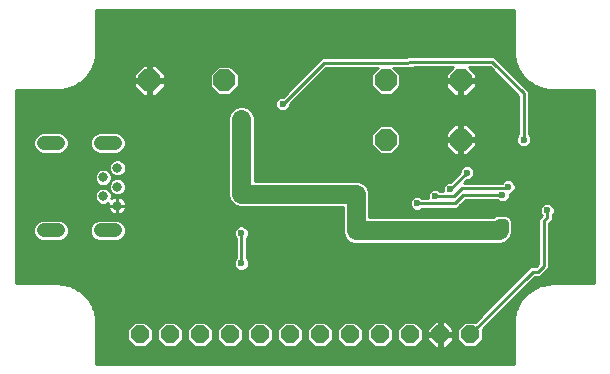
<source format=gbl>
G75*
%MOIN*%
%OFA0B0*%
%FSLAX24Y24*%
%IPPOS*%
%LPD*%
%AMOC8*
5,1,8,0,0,1.08239X$1,22.5*
%
%ADD10OC8,0.0709*%
%ADD11C,0.0315*%
%ADD12C,0.0472*%
%ADD13OC8,0.0591*%
%ADD14C,0.0236*%
%ADD15C,0.0098*%
%ADD16C,0.1181*%
%ADD17C,0.0630*%
%ADD18C,0.0315*%
D10*
X016009Y011302D03*
X016009Y013271D03*
X018509Y013271D03*
X018509Y011302D03*
X010635Y013271D03*
X008135Y013271D03*
D11*
X007062Y010358D03*
X006590Y010043D03*
X007062Y009728D03*
X006590Y009413D03*
X007062Y009098D03*
D12*
X006983Y008271D02*
X006511Y008271D01*
X005094Y008271D02*
X004621Y008271D01*
X004621Y011184D02*
X005094Y011184D01*
X006511Y011184D02*
X006983Y011184D01*
D13*
X007822Y004806D03*
X008822Y004806D03*
X009822Y004806D03*
X010822Y004806D03*
X011822Y004806D03*
X012822Y004806D03*
X013822Y004806D03*
X014822Y004806D03*
X015822Y004806D03*
X016822Y004806D03*
X017822Y004806D03*
X018822Y004806D03*
D14*
X021590Y006775D03*
X021787Y006972D03*
X021590Y007169D03*
X021787Y007365D03*
X021590Y007562D03*
X021787Y007759D03*
X021590Y007956D03*
X021787Y008153D03*
X021393Y008940D03*
X021432Y009334D03*
X021432Y009728D03*
X021432Y010121D03*
X021472Y010476D03*
X020881Y010476D03*
X020330Y010869D03*
X020606Y011302D03*
X021590Y011499D03*
X021787Y011302D03*
X021787Y011696D03*
X021590Y011893D03*
X021787Y012090D03*
X021590Y012287D03*
X021787Y012484D03*
X021590Y012680D03*
X021787Y012877D03*
X018716Y010200D03*
X018165Y009649D03*
X017653Y009413D03*
X017062Y009177D03*
X015015Y009491D03*
X014464Y009491D03*
X013913Y009491D03*
X012968Y010240D03*
X012692Y009491D03*
X012141Y009491D03*
X011669Y009491D03*
X010645Y009610D03*
X011196Y010554D03*
X011196Y010791D03*
X012574Y011066D03*
X011196Y012129D03*
X011196Y012602D03*
X012574Y012484D03*
X014188Y012995D03*
X014464Y012759D03*
X014661Y012129D03*
X019464Y009058D03*
X019897Y009452D03*
X020094Y009728D03*
X020802Y009925D03*
X020802Y009531D03*
X020330Y008507D03*
X019936Y008507D03*
X021787Y006578D03*
X015487Y007562D03*
X015015Y008114D03*
X011196Y008192D03*
X011196Y007169D03*
X008519Y006932D03*
X008519Y008350D03*
X007928Y009610D03*
X009346Y010279D03*
D15*
X006363Y005152D02*
X006363Y003832D01*
X020281Y003832D01*
X020281Y005152D01*
X020277Y005156D01*
X020281Y005205D01*
X020281Y005253D01*
X020284Y005257D01*
X020290Y005335D01*
X020284Y005344D01*
X020294Y005386D01*
X020297Y005430D01*
X020305Y005437D01*
X020322Y005518D01*
X020318Y005528D01*
X020333Y005569D01*
X020343Y005612D01*
X020352Y005618D01*
X020381Y005696D01*
X020378Y005706D01*
X020399Y005744D01*
X020414Y005785D01*
X020424Y005789D01*
X020463Y005863D01*
X020462Y005873D01*
X020488Y005908D01*
X020509Y005947D01*
X020519Y005949D01*
X020569Y006016D01*
X020569Y006027D01*
X020600Y006058D01*
X020626Y006093D01*
X020637Y006094D01*
X020696Y006153D01*
X020697Y006163D01*
X020732Y006190D01*
X020763Y006221D01*
X020774Y006221D01*
X020840Y006271D01*
X020843Y006281D01*
X020882Y006302D01*
X020917Y006328D01*
X020927Y006326D01*
X021000Y006366D01*
X021005Y006376D01*
X021046Y006391D01*
X021084Y006412D01*
X021094Y006409D01*
X021172Y006438D01*
X021178Y006447D01*
X021221Y006456D01*
X021262Y006472D01*
X021271Y006467D01*
X021353Y006485D01*
X021360Y006493D01*
X021403Y006496D01*
X021446Y006506D01*
X021455Y006500D01*
X021533Y006505D01*
X021537Y006509D01*
X021585Y006509D01*
X021634Y006513D01*
X021637Y006509D01*
X022958Y006509D01*
X022958Y012946D01*
X021637Y012946D01*
X021634Y012943D01*
X021585Y012946D01*
X021537Y012946D01*
X021533Y012950D01*
X021455Y012956D01*
X021446Y012950D01*
X021403Y012959D01*
X021360Y012962D01*
X021353Y012970D01*
X021271Y012988D01*
X021262Y012984D01*
X021221Y012999D01*
X021178Y013008D01*
X021172Y013017D01*
X021094Y013046D01*
X021084Y013043D01*
X021046Y013064D01*
X021005Y013080D01*
X021000Y013089D01*
X020927Y013129D01*
X020917Y013127D01*
X020882Y013154D01*
X020843Y013175D01*
X020840Y013185D01*
X020774Y013235D01*
X020763Y013235D01*
X020732Y013266D01*
X020697Y013292D01*
X020696Y013302D01*
X020637Y013361D01*
X020626Y013363D01*
X020600Y013398D01*
X020569Y013429D01*
X020569Y013439D01*
X020519Y013506D01*
X020509Y013509D01*
X020488Y013547D01*
X020462Y013582D01*
X020463Y013593D01*
X020424Y013666D01*
X020414Y013670D01*
X020399Y013711D01*
X020378Y013750D01*
X020381Y013760D01*
X020352Y013838D01*
X020343Y013844D01*
X020333Y013886D01*
X020318Y013927D01*
X020322Y013937D01*
X020305Y014018D01*
X020297Y014025D01*
X020294Y014069D01*
X020284Y014112D01*
X020290Y014121D01*
X020284Y014199D01*
X020281Y014202D01*
X020281Y014251D01*
X020277Y014299D01*
X020281Y014303D01*
X020281Y015623D01*
X006363Y015623D01*
X006363Y014303D01*
X006367Y014299D01*
X006363Y014251D01*
X006363Y014202D01*
X006360Y014199D01*
X006354Y014121D01*
X006360Y014112D01*
X006350Y014069D01*
X006347Y014025D01*
X006339Y014018D01*
X006322Y013937D01*
X006326Y013927D01*
X006311Y013886D01*
X006301Y013844D01*
X006293Y013838D01*
X006263Y013760D01*
X006266Y013750D01*
X006245Y013711D01*
X006230Y013670D01*
X006221Y013666D01*
X006181Y013593D01*
X006182Y013582D01*
X006156Y013547D01*
X006135Y013509D01*
X006125Y013506D01*
X006075Y013439D01*
X006075Y013429D01*
X006044Y013398D01*
X006018Y013363D01*
X006007Y013361D01*
X005948Y013302D01*
X005947Y013292D01*
X005912Y013266D01*
X005881Y013235D01*
X005870Y013235D01*
X005804Y013185D01*
X005801Y013175D01*
X005762Y013154D01*
X005727Y013127D01*
X005717Y013129D01*
X005644Y013089D01*
X005639Y013080D01*
X005598Y013064D01*
X005560Y013043D01*
X005550Y013046D01*
X005472Y013017D01*
X005466Y013008D01*
X005423Y012999D01*
X005382Y012984D01*
X005373Y012988D01*
X005291Y012970D01*
X005284Y012962D01*
X005241Y012959D01*
X005198Y012950D01*
X005189Y012956D01*
X005111Y012950D01*
X005107Y012946D01*
X005059Y012946D01*
X005011Y012943D01*
X005007Y012946D01*
X003686Y012946D01*
X003686Y006509D01*
X005007Y006509D01*
X005011Y006513D01*
X005059Y006509D01*
X005107Y006509D01*
X005111Y006505D01*
X005189Y006500D01*
X005198Y006506D01*
X005241Y006496D01*
X005284Y006493D01*
X005291Y006485D01*
X005373Y006467D01*
X005382Y006472D01*
X005423Y006456D01*
X005466Y006447D01*
X005472Y006438D01*
X005550Y006409D01*
X005560Y006412D01*
X005598Y006391D01*
X005639Y006376D01*
X005644Y006366D01*
X005717Y006326D01*
X005727Y006328D01*
X005762Y006302D01*
X005801Y006281D01*
X005804Y006271D01*
X005870Y006221D01*
X005881Y006221D01*
X005912Y006190D01*
X005947Y006163D01*
X005948Y006153D01*
X006007Y006094D01*
X006018Y006093D01*
X006044Y006058D01*
X006075Y006027D01*
X006075Y006016D01*
X006125Y005949D01*
X006135Y005947D01*
X006156Y005908D01*
X006182Y005873D01*
X006181Y005863D01*
X006221Y005789D01*
X006230Y005785D01*
X006245Y005744D01*
X006266Y005706D01*
X006263Y005696D01*
X006293Y005618D01*
X006301Y005612D01*
X006311Y005569D01*
X006326Y005528D01*
X006322Y005518D01*
X006339Y005437D01*
X006347Y005430D01*
X006350Y005386D01*
X006360Y005344D01*
X006354Y005335D01*
X006360Y005257D01*
X006363Y005253D01*
X006363Y005205D01*
X006367Y005156D01*
X006363Y005152D01*
X006365Y005176D02*
X007593Y005176D01*
X007647Y005230D02*
X007399Y004982D01*
X007399Y004631D01*
X007647Y004383D01*
X007997Y004383D01*
X008245Y004631D01*
X008245Y004982D01*
X007997Y005230D01*
X007647Y005230D01*
X007496Y005079D02*
X006363Y005079D01*
X006363Y004982D02*
X007399Y004982D01*
X007399Y004885D02*
X006363Y004885D01*
X006363Y004788D02*
X007399Y004788D01*
X007399Y004692D02*
X006363Y004692D01*
X006363Y004595D02*
X007435Y004595D01*
X007532Y004498D02*
X006363Y004498D01*
X006363Y004401D02*
X007629Y004401D01*
X008015Y004401D02*
X008629Y004401D01*
X008647Y004383D02*
X008997Y004383D01*
X009245Y004631D01*
X009245Y004982D01*
X008997Y005230D01*
X008647Y005230D01*
X008399Y004982D01*
X008399Y004631D01*
X008647Y004383D01*
X008532Y004498D02*
X008112Y004498D01*
X008209Y004595D02*
X008435Y004595D01*
X008399Y004692D02*
X008245Y004692D01*
X008245Y004788D02*
X008399Y004788D01*
X008399Y004885D02*
X008245Y004885D01*
X008245Y004982D02*
X008399Y004982D01*
X008496Y005079D02*
X008148Y005079D01*
X008051Y005176D02*
X008593Y005176D01*
X009051Y005176D02*
X009593Y005176D01*
X009647Y005230D02*
X009399Y004982D01*
X009399Y004631D01*
X009647Y004383D01*
X009997Y004383D01*
X010245Y004631D01*
X010245Y004982D01*
X009997Y005230D01*
X009647Y005230D01*
X009496Y005079D02*
X009148Y005079D01*
X009245Y004982D02*
X009399Y004982D01*
X009399Y004885D02*
X009245Y004885D01*
X009245Y004788D02*
X009399Y004788D01*
X009399Y004692D02*
X009245Y004692D01*
X009209Y004595D02*
X009435Y004595D01*
X009532Y004498D02*
X009112Y004498D01*
X009015Y004401D02*
X009629Y004401D01*
X010015Y004401D02*
X010629Y004401D01*
X010647Y004383D02*
X010997Y004383D01*
X011245Y004631D01*
X011245Y004982D01*
X010997Y005230D01*
X010647Y005230D01*
X010399Y004982D01*
X010399Y004631D01*
X010647Y004383D01*
X010532Y004498D02*
X010112Y004498D01*
X010209Y004595D02*
X010435Y004595D01*
X010399Y004692D02*
X010245Y004692D01*
X010245Y004788D02*
X010399Y004788D01*
X010399Y004885D02*
X010245Y004885D01*
X010245Y004982D02*
X010399Y004982D01*
X010496Y005079D02*
X010148Y005079D01*
X010051Y005176D02*
X010593Y005176D01*
X011051Y005176D02*
X011593Y005176D01*
X011647Y005230D02*
X011399Y004982D01*
X011399Y004631D01*
X011647Y004383D01*
X011997Y004383D01*
X012245Y004631D01*
X012245Y004982D01*
X011997Y005230D01*
X011647Y005230D01*
X011496Y005079D02*
X011148Y005079D01*
X011245Y004982D02*
X011399Y004982D01*
X011399Y004885D02*
X011245Y004885D01*
X011245Y004788D02*
X011399Y004788D01*
X011399Y004692D02*
X011245Y004692D01*
X011209Y004595D02*
X011435Y004595D01*
X011532Y004498D02*
X011112Y004498D01*
X011015Y004401D02*
X011629Y004401D01*
X012015Y004401D02*
X012629Y004401D01*
X012647Y004383D02*
X012997Y004383D01*
X013245Y004631D01*
X013245Y004982D01*
X012997Y005230D01*
X012647Y005230D01*
X012399Y004982D01*
X012399Y004631D01*
X012647Y004383D01*
X012532Y004498D02*
X012112Y004498D01*
X012209Y004595D02*
X012435Y004595D01*
X012399Y004692D02*
X012245Y004692D01*
X012245Y004788D02*
X012399Y004788D01*
X012399Y004885D02*
X012245Y004885D01*
X012245Y004982D02*
X012399Y004982D01*
X012496Y005079D02*
X012148Y005079D01*
X012051Y005176D02*
X012593Y005176D01*
X013051Y005176D02*
X013593Y005176D01*
X013647Y005230D02*
X013399Y004982D01*
X013399Y004631D01*
X013647Y004383D01*
X013997Y004383D01*
X014245Y004631D01*
X014245Y004982D01*
X013997Y005230D01*
X013647Y005230D01*
X013496Y005079D02*
X013148Y005079D01*
X013245Y004982D02*
X013399Y004982D01*
X013399Y004885D02*
X013245Y004885D01*
X013245Y004788D02*
X013399Y004788D01*
X013399Y004692D02*
X013245Y004692D01*
X013209Y004595D02*
X013435Y004595D01*
X013532Y004498D02*
X013112Y004498D01*
X013015Y004401D02*
X013629Y004401D01*
X014015Y004401D02*
X014629Y004401D01*
X014647Y004383D02*
X014997Y004383D01*
X015245Y004631D01*
X015245Y004982D01*
X014997Y005230D01*
X014647Y005230D01*
X014399Y004982D01*
X014399Y004631D01*
X014647Y004383D01*
X014532Y004498D02*
X014112Y004498D01*
X014209Y004595D02*
X014435Y004595D01*
X014399Y004692D02*
X014245Y004692D01*
X014245Y004788D02*
X014399Y004788D01*
X014399Y004885D02*
X014245Y004885D01*
X014245Y004982D02*
X014399Y004982D01*
X014496Y005079D02*
X014148Y005079D01*
X014051Y005176D02*
X014593Y005176D01*
X015051Y005176D02*
X015593Y005176D01*
X015647Y005230D02*
X015399Y004982D01*
X015399Y004631D01*
X015647Y004383D01*
X015997Y004383D01*
X016245Y004631D01*
X016245Y004982D01*
X015997Y005230D01*
X015647Y005230D01*
X015496Y005079D02*
X015148Y005079D01*
X015245Y004982D02*
X015399Y004982D01*
X015399Y004885D02*
X015245Y004885D01*
X015245Y004788D02*
X015399Y004788D01*
X015399Y004692D02*
X015245Y004692D01*
X015209Y004595D02*
X015435Y004595D01*
X015532Y004498D02*
X015112Y004498D01*
X015015Y004401D02*
X015629Y004401D01*
X016015Y004401D02*
X016629Y004401D01*
X016647Y004383D02*
X016997Y004383D01*
X017245Y004631D01*
X017245Y004982D01*
X016997Y005230D01*
X016647Y005230D01*
X016399Y004982D01*
X016399Y004631D01*
X016647Y004383D01*
X016532Y004498D02*
X016112Y004498D01*
X016209Y004595D02*
X016435Y004595D01*
X016399Y004692D02*
X016245Y004692D01*
X016245Y004788D02*
X016399Y004788D01*
X016399Y004885D02*
X016245Y004885D01*
X016245Y004982D02*
X016399Y004982D01*
X016496Y005079D02*
X016148Y005079D01*
X016051Y005176D02*
X016593Y005176D01*
X017051Y005176D02*
X017563Y005176D01*
X017638Y005251D02*
X017378Y004991D01*
X017378Y004856D01*
X017773Y004856D01*
X017773Y005251D01*
X017638Y005251D01*
X017773Y005176D02*
X017871Y005176D01*
X017871Y005251D02*
X017871Y004856D01*
X017773Y004856D01*
X017773Y004757D01*
X017871Y004757D01*
X017871Y004362D01*
X018006Y004362D01*
X018267Y004622D01*
X018267Y004757D01*
X017871Y004757D01*
X017871Y004856D01*
X018267Y004856D01*
X018267Y004991D01*
X018006Y005251D01*
X017871Y005251D01*
X017871Y005079D02*
X017773Y005079D01*
X017773Y004982D02*
X017871Y004982D01*
X017871Y004885D02*
X017773Y004885D01*
X017773Y004788D02*
X017245Y004788D01*
X017245Y004692D02*
X017378Y004692D01*
X017378Y004757D02*
X017378Y004622D01*
X017638Y004362D01*
X017773Y004362D01*
X017773Y004757D01*
X017378Y004757D01*
X017378Y004885D02*
X017245Y004885D01*
X017245Y004982D02*
X017378Y004982D01*
X017466Y005079D02*
X017148Y005079D01*
X017773Y004692D02*
X017871Y004692D01*
X017871Y004788D02*
X018399Y004788D01*
X018399Y004692D02*
X018267Y004692D01*
X018239Y004595D02*
X018435Y004595D01*
X018399Y004631D02*
X018647Y004383D01*
X018997Y004383D01*
X019245Y004631D01*
X019245Y004979D01*
X020982Y006716D01*
X021151Y006716D01*
X021255Y006820D01*
X021452Y007017D01*
X021452Y008513D01*
X021570Y008631D01*
X021570Y008769D01*
X021602Y008801D01*
X021639Y008891D01*
X021639Y008989D01*
X021602Y009080D01*
X021532Y009149D01*
X021442Y009186D01*
X021344Y009186D01*
X021254Y009149D01*
X021184Y009080D01*
X021147Y008989D01*
X021147Y008891D01*
X021184Y008801D01*
X021212Y008773D01*
X021201Y008763D01*
X021098Y008659D01*
X021098Y007163D01*
X021005Y007070D01*
X020835Y007070D01*
X018995Y005230D01*
X018647Y005230D01*
X018399Y004982D01*
X018399Y004631D01*
X018532Y004498D02*
X018142Y004498D01*
X018045Y004401D02*
X018629Y004401D01*
X019015Y004401D02*
X020281Y004401D01*
X020281Y004498D02*
X019112Y004498D01*
X019209Y004595D02*
X020281Y004595D01*
X020281Y004692D02*
X019245Y004692D01*
X019245Y004788D02*
X020281Y004788D01*
X020281Y004885D02*
X019245Y004885D01*
X019248Y004982D02*
X020281Y004982D01*
X020281Y005079D02*
X019345Y005079D01*
X019442Y005176D02*
X020279Y005176D01*
X020286Y005273D02*
X019539Y005273D01*
X019636Y005370D02*
X020290Y005370D01*
X020311Y005467D02*
X019733Y005467D01*
X019830Y005564D02*
X020331Y005564D01*
X020368Y005661D02*
X019927Y005661D01*
X020024Y005758D02*
X020404Y005758D01*
X020459Y005855D02*
X020121Y005855D01*
X020218Y005952D02*
X020521Y005952D01*
X020591Y006048D02*
X020315Y006048D01*
X020412Y006145D02*
X020688Y006145D01*
X020803Y006242D02*
X020508Y006242D01*
X020605Y006339D02*
X020951Y006339D01*
X021166Y006436D02*
X020702Y006436D01*
X020799Y006533D02*
X022958Y006533D01*
X022958Y006630D02*
X020896Y006630D01*
X020909Y006893D02*
X018822Y004806D01*
X018496Y005079D02*
X018178Y005079D01*
X018267Y004982D02*
X018399Y004982D01*
X018399Y004885D02*
X018267Y004885D01*
X018081Y005176D02*
X018593Y005176D01*
X019038Y005273D02*
X006359Y005273D01*
X006354Y005370D02*
X019135Y005370D01*
X019232Y005467D02*
X006333Y005467D01*
X006313Y005564D02*
X019329Y005564D01*
X019426Y005661D02*
X006276Y005661D01*
X006240Y005758D02*
X019523Y005758D01*
X019620Y005855D02*
X006185Y005855D01*
X006123Y005952D02*
X019717Y005952D01*
X019814Y006048D02*
X006053Y006048D01*
X005956Y006145D02*
X019910Y006145D01*
X020007Y006242D02*
X005842Y006242D01*
X005693Y006339D02*
X020104Y006339D01*
X020201Y006436D02*
X005478Y006436D01*
X003686Y006533D02*
X020298Y006533D01*
X020395Y006630D02*
X003686Y006630D01*
X003686Y006727D02*
X020492Y006727D01*
X020589Y006824D02*
X003686Y006824D01*
X003686Y006921D02*
X020686Y006921D01*
X020783Y007018D02*
X011393Y007018D01*
X011405Y007029D02*
X011442Y007120D01*
X011442Y007218D01*
X011405Y007308D01*
X011373Y007339D01*
X011373Y008021D01*
X011405Y008053D01*
X011442Y008143D01*
X011442Y008241D01*
X011405Y008332D01*
X011335Y008401D01*
X011245Y008438D01*
X011147Y008438D01*
X011057Y008401D01*
X010987Y008332D01*
X010950Y008241D01*
X010950Y008143D01*
X010987Y008053D01*
X011019Y008021D01*
X011019Y007339D01*
X010987Y007308D01*
X010950Y007218D01*
X010950Y007120D01*
X010987Y007029D01*
X011057Y006960D01*
X011147Y006923D01*
X011245Y006923D01*
X011335Y006960D01*
X011405Y007029D01*
X011440Y007115D02*
X021049Y007115D01*
X021098Y007212D02*
X011442Y007212D01*
X011404Y007309D02*
X021098Y007309D01*
X021098Y007405D02*
X011373Y007405D01*
X011373Y007502D02*
X021098Y007502D01*
X021098Y007599D02*
X011373Y007599D01*
X011373Y007696D02*
X021098Y007696D01*
X021098Y007793D02*
X011373Y007793D01*
X011373Y007890D02*
X014777Y007890D01*
X014764Y007896D02*
X014927Y007828D01*
X019867Y007828D01*
X020030Y007896D01*
X020154Y008020D01*
X020222Y008183D01*
X020222Y008564D01*
X020178Y008669D01*
X020098Y008749D01*
X019993Y008793D01*
X019722Y008793D01*
X019617Y008749D01*
X019582Y008714D01*
X015458Y008714D01*
X015458Y009580D01*
X015390Y009742D01*
X015266Y009867D01*
X015103Y009934D01*
X011639Y009934D01*
X011639Y010643D01*
X011639Y010879D01*
X011639Y012060D01*
X011572Y012223D01*
X011447Y012347D01*
X011284Y012415D01*
X011108Y012415D01*
X010945Y012347D01*
X010821Y012223D01*
X010753Y012060D01*
X010753Y009403D01*
X010821Y009241D01*
X010945Y009116D01*
X011108Y009049D01*
X014572Y009049D01*
X014572Y008183D01*
X014639Y008020D01*
X014764Y007896D01*
X014673Y007987D02*
X011373Y007987D01*
X011418Y008084D02*
X014613Y008084D01*
X014573Y008181D02*
X011442Y008181D01*
X011427Y008278D02*
X014572Y008278D01*
X014572Y008375D02*
X011362Y008375D01*
X011196Y008192D02*
X011196Y007169D01*
X010999Y007018D02*
X003686Y007018D01*
X003686Y007115D02*
X010952Y007115D01*
X010950Y007212D02*
X003686Y007212D01*
X003686Y007309D02*
X010988Y007309D01*
X011019Y007405D02*
X003686Y007405D01*
X003686Y007502D02*
X011019Y007502D01*
X011019Y007599D02*
X003686Y007599D01*
X003686Y007696D02*
X011019Y007696D01*
X011019Y007793D02*
X003686Y007793D01*
X003686Y007890D02*
X011019Y007890D01*
X011019Y007987D02*
X007214Y007987D01*
X007190Y007962D02*
X007292Y008065D01*
X007348Y008199D01*
X007348Y008343D01*
X007292Y008477D01*
X007190Y008580D01*
X007056Y008635D01*
X006439Y008635D01*
X006305Y008580D01*
X006202Y008477D01*
X006147Y008343D01*
X006147Y008199D01*
X006202Y008065D01*
X006305Y007962D01*
X006439Y007907D01*
X007056Y007907D01*
X007190Y007962D01*
X007300Y008084D02*
X010975Y008084D01*
X010950Y008181D02*
X007340Y008181D01*
X007348Y008278D02*
X010965Y008278D01*
X011031Y008375D02*
X007335Y008375D01*
X007295Y008472D02*
X014572Y008472D01*
X014572Y008569D02*
X007201Y008569D01*
X007152Y008803D02*
X007092Y008791D01*
X007062Y008791D01*
X007062Y009098D01*
X007062Y009404D01*
X007032Y009404D01*
X006973Y009393D01*
X006917Y009370D01*
X006867Y009336D01*
X006875Y009356D01*
X006875Y009470D01*
X006846Y009540D01*
X006901Y009486D01*
X007005Y009442D01*
X007119Y009442D01*
X007224Y009486D01*
X007304Y009566D01*
X007348Y009671D01*
X007348Y009784D01*
X007304Y009889D01*
X007224Y009970D01*
X007119Y010013D01*
X007005Y010013D01*
X006901Y009970D01*
X006846Y009915D01*
X006875Y009986D01*
X006875Y010099D01*
X006846Y010170D01*
X006901Y010116D01*
X007005Y010072D01*
X007119Y010072D01*
X007224Y010116D01*
X007304Y010196D01*
X007348Y010301D01*
X007348Y010414D01*
X007304Y010519D01*
X007224Y010600D01*
X007119Y010643D01*
X007005Y010643D01*
X006901Y010600D01*
X006820Y010519D01*
X006777Y010414D01*
X006777Y010301D01*
X006806Y010230D01*
X006751Y010285D01*
X006647Y010328D01*
X006533Y010328D01*
X006428Y010285D01*
X006348Y010204D01*
X006304Y010099D01*
X006304Y009986D01*
X006348Y009881D01*
X006428Y009801D01*
X006533Y009757D01*
X006647Y009757D01*
X006751Y009801D01*
X006806Y009855D01*
X006777Y009784D01*
X006777Y009671D01*
X006806Y009600D01*
X006751Y009655D01*
X006647Y009698D01*
X006533Y009698D01*
X006428Y009655D01*
X006348Y009574D01*
X006304Y009470D01*
X006304Y009356D01*
X006348Y009251D01*
X006428Y009171D01*
X006533Y009127D01*
X006647Y009127D01*
X006751Y009171D01*
X006767Y009186D01*
X006756Y009128D01*
X006756Y009098D01*
X007062Y009098D01*
X007062Y009098D01*
X007062Y009098D01*
X007062Y009404D01*
X007092Y009404D01*
X007152Y009393D01*
X007207Y009370D01*
X007258Y009336D01*
X007300Y009293D01*
X007334Y009243D01*
X007357Y009187D01*
X007369Y009128D01*
X007369Y009098D01*
X007062Y009098D01*
X006756Y009098D01*
X006756Y009068D01*
X006767Y009008D01*
X006790Y008953D01*
X006824Y008902D01*
X006867Y008860D01*
X006917Y008826D01*
X006973Y008803D01*
X007032Y008791D01*
X007062Y008791D01*
X007062Y009098D01*
X007062Y009098D01*
X007062Y009098D01*
X007369Y009098D01*
X007369Y009068D01*
X007357Y009008D01*
X007334Y008953D01*
X007300Y008902D01*
X007258Y008860D01*
X007207Y008826D01*
X007152Y008803D01*
X007062Y008859D02*
X007062Y008859D01*
X007062Y008956D02*
X007062Y008956D01*
X007062Y009053D02*
X007062Y009053D01*
X007062Y009150D02*
X007062Y009150D01*
X007062Y009247D02*
X007062Y009247D01*
X007062Y009344D02*
X007062Y009344D01*
X006879Y009344D02*
X006870Y009344D01*
X006875Y009441D02*
X010753Y009441D01*
X010753Y009538D02*
X007276Y009538D01*
X007333Y009635D02*
X010753Y009635D01*
X010753Y009732D02*
X007348Y009732D01*
X007329Y009829D02*
X010753Y009829D01*
X010753Y009925D02*
X007268Y009925D01*
X007228Y010119D02*
X010753Y010119D01*
X010753Y010022D02*
X006875Y010022D01*
X006867Y010119D02*
X006897Y010119D01*
X006856Y009925D02*
X006850Y009925D01*
X006795Y009829D02*
X006779Y009829D01*
X006777Y009732D02*
X003686Y009732D01*
X003686Y009829D02*
X006400Y009829D01*
X006329Y009925D02*
X003686Y009925D01*
X003686Y010022D02*
X006304Y010022D01*
X006313Y010119D02*
X003686Y010119D01*
X003686Y010216D02*
X006360Y010216D01*
X006497Y010313D02*
X003686Y010313D01*
X003686Y010410D02*
X006777Y010410D01*
X006777Y010313D02*
X006683Y010313D01*
X006815Y010507D02*
X003686Y010507D01*
X003686Y010604D02*
X006911Y010604D01*
X007056Y010820D02*
X007190Y010876D01*
X007292Y010978D01*
X007348Y011112D01*
X007348Y011257D01*
X007292Y011391D01*
X007190Y011493D01*
X007056Y011549D01*
X006439Y011549D01*
X006305Y011493D01*
X006202Y011391D01*
X006147Y011257D01*
X006147Y011112D01*
X006202Y010978D01*
X006305Y010876D01*
X006439Y010820D01*
X007056Y010820D01*
X007209Y010895D02*
X010753Y010895D01*
X010753Y010992D02*
X007298Y010992D01*
X007338Y011089D02*
X010753Y011089D01*
X010753Y011186D02*
X007348Y011186D01*
X007337Y011282D02*
X010753Y011282D01*
X010753Y011379D02*
X007297Y011379D01*
X007207Y011476D02*
X010753Y011476D01*
X010753Y011573D02*
X003686Y011573D01*
X003686Y011476D02*
X004398Y011476D01*
X004415Y011493D02*
X004313Y011391D01*
X004257Y011257D01*
X004257Y011112D01*
X004313Y010978D01*
X004415Y010876D01*
X004549Y010820D01*
X005166Y010820D01*
X005300Y010876D01*
X005402Y010978D01*
X005458Y011112D01*
X005458Y011257D01*
X005402Y011391D01*
X005300Y011493D01*
X005166Y011549D01*
X004549Y011549D01*
X004415Y011493D01*
X004308Y011379D02*
X003686Y011379D01*
X003686Y011282D02*
X004268Y011282D01*
X004257Y011186D02*
X003686Y011186D01*
X003686Y011089D02*
X004267Y011089D01*
X004307Y010992D02*
X003686Y010992D01*
X003686Y010895D02*
X004396Y010895D01*
X003686Y010798D02*
X010753Y010798D01*
X010753Y010701D02*
X003686Y010701D01*
X003686Y011670D02*
X010753Y011670D01*
X010753Y011767D02*
X003686Y011767D01*
X003686Y011864D02*
X010753Y011864D01*
X010753Y011961D02*
X003686Y011961D01*
X003686Y012058D02*
X010753Y012058D01*
X010792Y012155D02*
X003686Y012155D01*
X003686Y012252D02*
X010850Y012252D01*
X010948Y012349D02*
X003686Y012349D01*
X003686Y012446D02*
X012328Y012446D01*
X012328Y012435D02*
X012365Y012344D01*
X012435Y012275D01*
X012525Y012238D01*
X012623Y012238D01*
X012713Y012275D01*
X012783Y012344D01*
X012820Y012435D01*
X012820Y012479D01*
X014026Y013685D01*
X015753Y013697D01*
X015527Y013471D01*
X015527Y013071D01*
X015809Y012789D01*
X016209Y012789D01*
X016491Y013071D01*
X016491Y013471D01*
X016261Y013701D01*
X018241Y013715D01*
X018006Y013480D01*
X018006Y013320D01*
X018460Y013320D01*
X018460Y013222D01*
X018006Y013222D01*
X018006Y013062D01*
X018300Y012767D01*
X018460Y012767D01*
X018460Y013222D01*
X018558Y013222D01*
X018558Y012767D01*
X018718Y012767D01*
X019013Y013062D01*
X019013Y013222D01*
X018558Y013222D01*
X018558Y013320D01*
X019013Y013320D01*
X019013Y013480D01*
X018774Y013718D01*
X019470Y013723D01*
X020428Y012765D01*
X020428Y011473D01*
X020397Y011442D01*
X020359Y011351D01*
X020359Y011254D01*
X020397Y011163D01*
X020466Y011094D01*
X020557Y011056D01*
X020654Y011056D01*
X020745Y011094D01*
X020814Y011163D01*
X020852Y011254D01*
X020852Y011351D01*
X020814Y011442D01*
X020783Y011473D01*
X020783Y012911D01*
X020679Y013015D01*
X019719Y013975D01*
X019719Y013976D01*
X019667Y014027D01*
X019616Y014078D01*
X019615Y014078D01*
X019615Y014079D01*
X019542Y014078D01*
X019469Y014078D01*
X019469Y014078D01*
X013951Y014039D01*
X013879Y014039D01*
X013878Y014038D01*
X013877Y014038D01*
X013826Y013986D01*
X012570Y012730D01*
X012525Y012730D01*
X012435Y012692D01*
X012365Y012623D01*
X012328Y012533D01*
X012328Y012435D01*
X012364Y012349D02*
X011444Y012349D01*
X011543Y012252D02*
X012491Y012252D01*
X012657Y012252D02*
X020428Y012252D01*
X020428Y012349D02*
X012784Y012349D01*
X012820Y012446D02*
X020428Y012446D01*
X020428Y012542D02*
X012883Y012542D01*
X012980Y012639D02*
X020428Y012639D01*
X020428Y012736D02*
X013077Y012736D01*
X013174Y012833D02*
X015765Y012833D01*
X015668Y012930D02*
X013271Y012930D01*
X013368Y013027D02*
X015571Y013027D01*
X015527Y013124D02*
X013465Y013124D01*
X013562Y013221D02*
X015527Y013221D01*
X015527Y013318D02*
X013659Y013318D01*
X013756Y013415D02*
X015527Y013415D01*
X015568Y013512D02*
X013853Y013512D01*
X013950Y013609D02*
X015665Y013609D01*
X016353Y013609D02*
X018135Y013609D01*
X018232Y013706D02*
X016962Y013706D01*
X016450Y013512D02*
X018038Y013512D01*
X018006Y013415D02*
X016491Y013415D01*
X016491Y013318D02*
X018460Y013318D01*
X018460Y013221D02*
X018558Y013221D01*
X018558Y013318D02*
X019875Y013318D01*
X019778Y013415D02*
X019013Y013415D01*
X018980Y013512D02*
X019681Y013512D01*
X019584Y013609D02*
X018884Y013609D01*
X018787Y013706D02*
X019487Y013706D01*
X019543Y013901D02*
X020606Y012838D01*
X020606Y011302D01*
X020852Y011282D02*
X022958Y011282D01*
X022958Y011186D02*
X020823Y011186D01*
X020732Y011089D02*
X022958Y011089D01*
X022958Y010992D02*
X018910Y010992D01*
X018813Y010895D02*
X022958Y010895D01*
X022958Y010798D02*
X011639Y010798D01*
X011639Y010895D02*
X015735Y010895D01*
X015809Y010820D02*
X015527Y011103D01*
X015527Y011502D01*
X015809Y011785D01*
X016209Y011785D01*
X016491Y011502D01*
X016491Y011103D01*
X016209Y010820D01*
X015809Y010820D01*
X015638Y010992D02*
X011639Y010992D01*
X011639Y011089D02*
X015541Y011089D01*
X015527Y011186D02*
X011639Y011186D01*
X011639Y011282D02*
X015527Y011282D01*
X015527Y011379D02*
X011639Y011379D01*
X011639Y011476D02*
X015527Y011476D01*
X015598Y011573D02*
X011639Y011573D01*
X011639Y011670D02*
X015695Y011670D01*
X015792Y011767D02*
X011639Y011767D01*
X011639Y011864D02*
X020428Y011864D01*
X020428Y011961D02*
X011639Y011961D01*
X011639Y012058D02*
X020428Y012058D01*
X020428Y012155D02*
X011600Y012155D01*
X012332Y012542D02*
X003686Y012542D01*
X003686Y012639D02*
X012382Y012639D01*
X012576Y012736D02*
X003686Y012736D01*
X003686Y012833D02*
X007861Y012833D01*
X007926Y012767D02*
X007632Y013062D01*
X007632Y013222D01*
X008086Y013222D01*
X008086Y013320D01*
X007632Y013320D01*
X007632Y013480D01*
X007926Y013775D01*
X008086Y013775D01*
X008086Y013320D01*
X008184Y013320D01*
X008184Y013775D01*
X008344Y013775D01*
X008639Y013480D01*
X008639Y013320D01*
X008184Y013320D01*
X008184Y013222D01*
X008184Y012767D01*
X008344Y012767D01*
X008639Y013062D01*
X008639Y013222D01*
X008184Y013222D01*
X008086Y013222D01*
X008086Y012767D01*
X007926Y012767D01*
X008086Y012833D02*
X008184Y012833D01*
X008184Y012930D02*
X008086Y012930D01*
X008086Y013027D02*
X008184Y013027D01*
X008184Y013124D02*
X008086Y013124D01*
X008086Y013221D02*
X008184Y013221D01*
X008184Y013318D02*
X010153Y013318D01*
X010153Y013415D02*
X008639Y013415D01*
X008606Y013512D02*
X010194Y013512D01*
X010153Y013471D02*
X010153Y013071D01*
X010435Y012789D01*
X010835Y012789D01*
X011117Y013071D01*
X011117Y013471D01*
X010835Y013753D01*
X010435Y013753D01*
X010153Y013471D01*
X010291Y013609D02*
X008510Y013609D01*
X008413Y013706D02*
X010388Y013706D01*
X010883Y013706D02*
X013545Y013706D01*
X013449Y013609D02*
X010979Y013609D01*
X011076Y013512D02*
X013352Y013512D01*
X013255Y013415D02*
X011117Y013415D01*
X011117Y013318D02*
X013158Y013318D01*
X013061Y013221D02*
X011117Y013221D01*
X011117Y013124D02*
X012964Y013124D01*
X012867Y013027D02*
X011073Y013027D01*
X010976Y012930D02*
X012770Y012930D01*
X012673Y012833D02*
X010879Y012833D01*
X010391Y012833D02*
X008409Y012833D01*
X008506Y012930D02*
X010294Y012930D01*
X010197Y013027D02*
X008603Y013027D01*
X008639Y013124D02*
X010153Y013124D01*
X010153Y013221D02*
X008639Y013221D01*
X008184Y013415D02*
X008086Y013415D01*
X008086Y013512D02*
X008184Y013512D01*
X008184Y013609D02*
X008086Y013609D01*
X008086Y013706D02*
X008184Y013706D01*
X007858Y013706D02*
X006243Y013706D01*
X006279Y013803D02*
X013642Y013803D01*
X013739Y013899D02*
X006316Y013899D01*
X006335Y013996D02*
X013836Y013996D01*
X013952Y013862D02*
X019543Y013901D01*
X019698Y013996D02*
X020310Y013996D01*
X020329Y013899D02*
X019795Y013899D01*
X019891Y013803D02*
X020365Y013803D01*
X020401Y013706D02*
X019988Y013706D01*
X020085Y013609D02*
X020455Y013609D01*
X020508Y013512D02*
X020182Y013512D01*
X020279Y013415D02*
X020583Y013415D01*
X020680Y013318D02*
X020376Y013318D01*
X020473Y013221D02*
X020792Y013221D01*
X020936Y013124D02*
X020570Y013124D01*
X020667Y013027D02*
X021145Y013027D01*
X020783Y012833D02*
X022958Y012833D01*
X022958Y012736D02*
X020783Y012736D01*
X020783Y012639D02*
X022958Y012639D01*
X022958Y012542D02*
X020783Y012542D01*
X020783Y012446D02*
X022958Y012446D01*
X022958Y012349D02*
X020783Y012349D01*
X020783Y012252D02*
X022958Y012252D01*
X022958Y012155D02*
X020783Y012155D01*
X020783Y012058D02*
X022958Y012058D01*
X022958Y011961D02*
X020783Y011961D01*
X020783Y011864D02*
X022958Y011864D01*
X022958Y011767D02*
X020783Y011767D01*
X020783Y011670D02*
X022958Y011670D01*
X022958Y011573D02*
X020783Y011573D01*
X020783Y011476D02*
X022958Y011476D01*
X022958Y011379D02*
X020840Y011379D01*
X020428Y011476D02*
X019013Y011476D01*
X019013Y011511D02*
X018718Y011806D01*
X018558Y011806D01*
X018558Y011352D01*
X018460Y011352D01*
X018460Y011806D01*
X018300Y011806D01*
X018006Y011511D01*
X018006Y011352D01*
X018460Y011352D01*
X018460Y011253D01*
X018558Y011253D01*
X018558Y010799D01*
X018718Y010799D01*
X019013Y011094D01*
X019013Y011253D01*
X018558Y011253D01*
X018558Y011352D01*
X019013Y011352D01*
X019013Y011511D01*
X018950Y011573D02*
X020428Y011573D01*
X020428Y011670D02*
X018854Y011670D01*
X018757Y011767D02*
X020428Y011767D01*
X020371Y011379D02*
X019013Y011379D01*
X019013Y011186D02*
X020388Y011186D01*
X020359Y011282D02*
X018558Y011282D01*
X018558Y011186D02*
X018460Y011186D01*
X018460Y011253D02*
X018460Y010799D01*
X018300Y010799D01*
X018006Y011094D01*
X018006Y011253D01*
X018460Y011253D01*
X018460Y011282D02*
X016491Y011282D01*
X016491Y011186D02*
X018006Y011186D01*
X018011Y011089D02*
X016477Y011089D01*
X016380Y010992D02*
X018108Y010992D01*
X018205Y010895D02*
X016283Y010895D01*
X016491Y011379D02*
X018006Y011379D01*
X018006Y011476D02*
X016491Y011476D01*
X016420Y011573D02*
X018068Y011573D01*
X018165Y011670D02*
X016323Y011670D01*
X016227Y011767D02*
X018262Y011767D01*
X018460Y011767D02*
X018558Y011767D01*
X018558Y011670D02*
X018460Y011670D01*
X018460Y011573D02*
X018558Y011573D01*
X018558Y011476D02*
X018460Y011476D01*
X018460Y011379D02*
X018558Y011379D01*
X018558Y011089D02*
X018460Y011089D01*
X018460Y010992D02*
X018558Y010992D01*
X018558Y010895D02*
X018460Y010895D01*
X018667Y010446D02*
X018576Y010409D01*
X018507Y010340D01*
X018470Y010249D01*
X018470Y010205D01*
X018160Y009895D01*
X018116Y009895D01*
X018025Y009858D01*
X017956Y009788D01*
X017919Y009698D01*
X017919Y009600D01*
X017923Y009590D01*
X017824Y009590D01*
X017792Y009621D01*
X017702Y009659D01*
X017604Y009659D01*
X017513Y009621D01*
X017444Y009552D01*
X017407Y009462D01*
X017407Y009364D01*
X017411Y009354D01*
X017233Y009354D01*
X017202Y009385D01*
X017111Y009423D01*
X017013Y009423D01*
X016923Y009385D01*
X016854Y009316D01*
X016816Y009225D01*
X016816Y009128D01*
X016854Y009037D01*
X016923Y008968D01*
X017013Y008930D01*
X017111Y008930D01*
X017202Y008968D01*
X017233Y008999D01*
X018395Y008999D01*
X018499Y009103D01*
X018671Y009275D01*
X019726Y009275D01*
X019757Y009244D01*
X019848Y009206D01*
X019946Y009206D01*
X020036Y009244D01*
X020105Y009313D01*
X020143Y009403D01*
X020143Y009482D01*
X020233Y009519D01*
X020302Y009588D01*
X020340Y009679D01*
X020340Y009777D01*
X020302Y009867D01*
X020233Y009936D01*
X020143Y009974D01*
X020045Y009974D01*
X019954Y009936D01*
X019885Y009867D01*
X019884Y009865D01*
X018632Y009865D01*
X018720Y009954D01*
X018765Y009954D01*
X018855Y009992D01*
X018924Y010061D01*
X018962Y010151D01*
X018962Y010249D01*
X018924Y010340D01*
X018855Y010409D01*
X018765Y010446D01*
X018667Y010446D01*
X018580Y010410D02*
X011639Y010410D01*
X011639Y010313D02*
X018496Y010313D01*
X018470Y010216D02*
X011639Y010216D01*
X011639Y010119D02*
X018384Y010119D01*
X018287Y010022D02*
X011639Y010022D01*
X011639Y010507D02*
X022958Y010507D01*
X022958Y010410D02*
X018852Y010410D01*
X018935Y010313D02*
X022958Y010313D01*
X022958Y010216D02*
X018962Y010216D01*
X018949Y010119D02*
X022958Y010119D01*
X022958Y010022D02*
X018886Y010022D01*
X018692Y009925D02*
X019944Y009925D01*
X020094Y009728D02*
X020054Y009688D01*
X018558Y009688D01*
X018283Y009413D01*
X017653Y009413D01*
X017407Y009441D02*
X015458Y009441D01*
X015458Y009538D02*
X017438Y009538D01*
X017546Y009635D02*
X015435Y009635D01*
X015395Y009732D02*
X017932Y009732D01*
X017919Y009635D02*
X017760Y009635D01*
X017996Y009829D02*
X015304Y009829D01*
X015125Y009925D02*
X018191Y009925D01*
X018165Y009649D02*
X018716Y010200D01*
X018598Y009452D02*
X018322Y009177D01*
X017062Y009177D01*
X016882Y009344D02*
X015458Y009344D01*
X015458Y009247D02*
X016825Y009247D01*
X016816Y009150D02*
X015458Y009150D01*
X015458Y009053D02*
X016847Y009053D01*
X016951Y008956D02*
X015458Y008956D01*
X015458Y008859D02*
X021160Y008859D01*
X021147Y008956D02*
X017173Y008956D01*
X018449Y009053D02*
X021173Y009053D01*
X021256Y009150D02*
X018546Y009150D01*
X018643Y009247D02*
X019754Y009247D01*
X019897Y009452D02*
X018598Y009452D01*
X019649Y008762D02*
X015458Y008762D01*
X014572Y008762D02*
X003686Y008762D01*
X003686Y008665D02*
X014572Y008665D01*
X014572Y008859D02*
X007257Y008859D01*
X007336Y008956D02*
X014572Y008956D01*
X011639Y010604D02*
X022958Y010604D01*
X022958Y010701D02*
X011639Y010701D01*
X010753Y010604D02*
X007213Y010604D01*
X007309Y010507D02*
X010753Y010507D01*
X010753Y010410D02*
X007348Y010410D01*
X007348Y010313D02*
X010753Y010313D01*
X010753Y010216D02*
X007313Y010216D01*
X006792Y009635D02*
X006771Y009635D01*
X006847Y009538D02*
X006848Y009538D01*
X007246Y009344D02*
X010778Y009344D01*
X010818Y009247D02*
X007331Y009247D01*
X007365Y009150D02*
X010911Y009150D01*
X011097Y009053D02*
X007366Y009053D01*
X006867Y008859D02*
X003686Y008859D01*
X003686Y008956D02*
X006789Y008956D01*
X006758Y009053D02*
X003686Y009053D01*
X003686Y009150D02*
X006478Y009150D01*
X006352Y009247D02*
X003686Y009247D01*
X003686Y009344D02*
X006309Y009344D01*
X006304Y009441D02*
X003686Y009441D01*
X003686Y009538D02*
X006333Y009538D01*
X006408Y009635D02*
X003686Y009635D01*
X003686Y008569D02*
X004404Y008569D01*
X004415Y008580D02*
X004313Y008477D01*
X004257Y008343D01*
X004257Y008199D01*
X004313Y008065D01*
X004415Y007962D01*
X004549Y007907D01*
X005166Y007907D01*
X005300Y007962D01*
X005402Y008065D01*
X005458Y008199D01*
X005458Y008343D01*
X005402Y008477D01*
X005300Y008580D01*
X005166Y008635D01*
X004549Y008635D01*
X004415Y008580D01*
X004310Y008472D02*
X003686Y008472D01*
X003686Y008375D02*
X004270Y008375D01*
X004257Y008278D02*
X003686Y008278D01*
X003686Y008181D02*
X004264Y008181D01*
X004305Y008084D02*
X003686Y008084D01*
X003686Y007987D02*
X004390Y007987D01*
X005325Y007987D02*
X006280Y007987D01*
X006194Y008084D02*
X005410Y008084D01*
X005451Y008181D02*
X006154Y008181D01*
X006147Y008278D02*
X005458Y008278D01*
X005445Y008375D02*
X006160Y008375D01*
X006200Y008472D02*
X005405Y008472D01*
X005311Y008569D02*
X006294Y008569D01*
X006702Y009150D02*
X006760Y009150D01*
X006286Y010895D02*
X005319Y010895D01*
X005408Y010992D02*
X006197Y010992D01*
X006157Y011089D02*
X005448Y011089D01*
X005458Y011186D02*
X006147Y011186D01*
X006157Y011282D02*
X005447Y011282D01*
X005407Y011379D02*
X006198Y011379D01*
X006288Y011476D02*
X005317Y011476D01*
X005499Y013027D02*
X007667Y013027D01*
X007632Y013124D02*
X005708Y013124D01*
X005852Y013221D02*
X007632Y013221D01*
X007632Y013415D02*
X006061Y013415D01*
X006136Y013512D02*
X007664Y013512D01*
X007761Y013609D02*
X006189Y013609D01*
X005964Y013318D02*
X008086Y013318D01*
X007764Y012930D02*
X003686Y012930D01*
X006356Y014093D02*
X020288Y014093D01*
X020285Y014190D02*
X006359Y014190D01*
X006366Y014287D02*
X020278Y014287D01*
X020281Y014384D02*
X006363Y014384D01*
X006363Y014481D02*
X020281Y014481D01*
X020281Y014578D02*
X006363Y014578D01*
X006363Y014675D02*
X020281Y014675D01*
X020281Y014772D02*
X006363Y014772D01*
X006363Y014869D02*
X020281Y014869D01*
X020281Y014966D02*
X006363Y014966D01*
X006363Y015063D02*
X020281Y015063D01*
X020281Y015159D02*
X006363Y015159D01*
X006363Y015256D02*
X020281Y015256D01*
X020281Y015353D02*
X006363Y015353D01*
X006363Y015450D02*
X020281Y015450D01*
X020281Y015547D02*
X006363Y015547D01*
X012574Y012484D02*
X013952Y013862D01*
X016253Y012833D02*
X018235Y012833D01*
X018138Y012930D02*
X016350Y012930D01*
X016447Y013027D02*
X018041Y013027D01*
X018006Y013124D02*
X016491Y013124D01*
X016491Y013221D02*
X018006Y013221D01*
X018460Y013124D02*
X018558Y013124D01*
X018558Y013027D02*
X018460Y013027D01*
X018460Y012930D02*
X018558Y012930D01*
X018558Y012833D02*
X018460Y012833D01*
X018783Y012833D02*
X020360Y012833D01*
X020263Y012930D02*
X018880Y012930D01*
X018977Y013027D02*
X020166Y013027D01*
X020069Y013124D02*
X019013Y013124D01*
X019013Y013221D02*
X019972Y013221D01*
X020764Y012930D02*
X022958Y012930D01*
X020479Y011089D02*
X019007Y011089D01*
X020244Y009925D02*
X022958Y009925D01*
X022958Y009829D02*
X020318Y009829D01*
X020340Y009732D02*
X022958Y009732D01*
X022958Y009635D02*
X020322Y009635D01*
X020252Y009538D02*
X022958Y009538D01*
X022958Y009441D02*
X020143Y009441D01*
X020118Y009344D02*
X022958Y009344D01*
X022958Y009247D02*
X020040Y009247D01*
X020066Y008762D02*
X021201Y008762D01*
X021104Y008665D02*
X020180Y008665D01*
X020220Y008569D02*
X021098Y008569D01*
X021098Y008472D02*
X020222Y008472D01*
X020222Y008375D02*
X021098Y008375D01*
X021098Y008278D02*
X020222Y008278D01*
X020221Y008181D02*
X021098Y008181D01*
X021098Y008084D02*
X020181Y008084D01*
X020121Y007987D02*
X021098Y007987D01*
X021098Y007890D02*
X020016Y007890D01*
X021275Y008586D02*
X021275Y007090D01*
X021078Y006893D01*
X020909Y006893D01*
X021162Y006727D02*
X022958Y006727D01*
X022958Y006824D02*
X021259Y006824D01*
X021356Y006921D02*
X022958Y006921D01*
X022958Y007018D02*
X021452Y007018D01*
X021452Y007115D02*
X022958Y007115D01*
X022958Y007212D02*
X021452Y007212D01*
X021452Y007309D02*
X022958Y007309D01*
X022958Y007405D02*
X021452Y007405D01*
X021452Y007502D02*
X022958Y007502D01*
X022958Y007599D02*
X021452Y007599D01*
X021452Y007696D02*
X022958Y007696D01*
X022958Y007793D02*
X021452Y007793D01*
X021452Y007890D02*
X022958Y007890D01*
X022958Y007987D02*
X021452Y007987D01*
X021452Y008084D02*
X022958Y008084D01*
X022958Y008181D02*
X021452Y008181D01*
X021452Y008278D02*
X022958Y008278D01*
X022958Y008375D02*
X021452Y008375D01*
X021452Y008472D02*
X022958Y008472D01*
X022958Y008569D02*
X021508Y008569D01*
X021570Y008665D02*
X022958Y008665D01*
X022958Y008762D02*
X021570Y008762D01*
X021626Y008859D02*
X022958Y008859D01*
X022958Y008956D02*
X021639Y008956D01*
X021613Y009053D02*
X022958Y009053D01*
X022958Y009150D02*
X021529Y009150D01*
X021393Y008940D02*
X021393Y008704D01*
X021275Y008586D01*
X017871Y004595D02*
X017773Y004595D01*
X017773Y004498D02*
X017871Y004498D01*
X017871Y004401D02*
X017773Y004401D01*
X017599Y004401D02*
X017015Y004401D01*
X017112Y004498D02*
X017502Y004498D01*
X017405Y004595D02*
X017209Y004595D01*
X020281Y004304D02*
X006363Y004304D01*
X006363Y004207D02*
X020281Y004207D01*
X020281Y004110D02*
X006363Y004110D01*
X006363Y004013D02*
X020281Y004013D01*
X020281Y003916D02*
X006363Y003916D01*
D16*
X013322Y007838D03*
D17*
X015015Y008271D02*
X019779Y008271D01*
X015015Y008271D02*
X015015Y009491D01*
X014464Y009491D01*
X013913Y009491D01*
X012692Y009491D01*
X012141Y009491D01*
X011669Y009491D01*
X011196Y009491D01*
X011196Y010554D01*
X011196Y010791D01*
X011196Y011972D01*
D18*
X011196Y012129D01*
X015015Y008271D02*
X015015Y008114D01*
X019779Y008271D02*
X019936Y008271D01*
X019936Y008507D01*
X019779Y008507D01*
M02*

</source>
